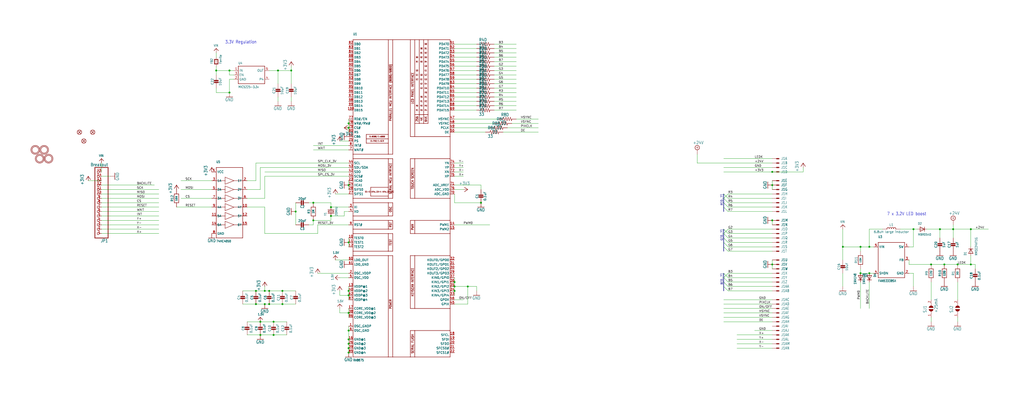
<source format=kicad_sch>
(kicad_sch (version 20211123) (generator eeschema)
  (paper "User" 589.407 228.346)
  (junction (at 261.62 167.64))
  (junction (at 551.18 152.4))
  (junction (at 200.66 106.68))
  (junction (at 132.08 40.64))
  (junction (at 200.66 139.7))
  (junction (at 180.34 127))
  (junction (at 444.5 106.68))
  (junction (at 200.66 190.5))
  (junction (at 200.66 198.12))
  (junction (at 543.56 152.4))
  (junction (at 154.94 175.26))
  (junction (at 190.5 124.46))
  (junction (at 444.5 127))
  (junction (at 180.34 116.84))
  (junction (at 167.64 40.64))
  (junction (at 444.5 152.4))
  (junction (at 152.4 167.64))
  (junction (at 261.62 165.1))
  (junction (at 485.14 142.24))
  (junction (at 541.02 132.08))
  (junction (at 276.86 116.84))
  (junction (at 495.3 142.24))
  (junction (at 535.94 152.4))
  (junction (at 500.38 157.48))
  (junction (at 149.86 185.42))
  (junction (at 548.64 132.08))
  (junction (at 200.66 170.18))
  (junction (at 152.4 175.26))
  (junction (at 124.46 40.64))
  (junction (at 525.78 132.08))
  (junction (at 162.56 167.64))
  (junction (at 200.66 180.34))
  (junction (at 162.56 175.26))
  (junction (at 269.24 165.1))
  (junction (at 558.8 152.4))
  (junction (at 149.86 193.04))
  (junction (at 157.48 185.42))
  (junction (at 147.32 175.26))
  (junction (at 495.3 157.48))
  (junction (at 157.48 193.04))
  (junction (at 200.66 200.66))
  (junction (at 132.08 53.34))
  (junction (at 200.66 167.64))
  (junction (at 500.38 142.24))
  (junction (at 558.8 132.08))
  (junction (at 200.66 203.2))
  (junction (at 200.66 195.58))
  (junction (at 261.62 162.56))
  (junction (at 160.02 40.64))
  (junction (at 444.5 99.06))
  (junction (at 147.32 167.64))
  (junction (at 190.5 119.38))
  (junction (at 200.66 73.66))
  (junction (at 200.66 71.12))
  (junction (at 170.18 121.92))
  (junction (at 154.94 167.64))
  (bus_entry (at 419.1 119.38) (size -2.54 -2.54))
  (bus_entry (at 419.1 111.76) (size -2.54 2.54))
  (bus_entry (at 419.1 137.16) (size -2.54 -2.54))
  (bus_entry (at 419.1 162.56) (size -2.54 -2.54))
  (bus_entry (at 419.1 114.3) (size -2.54 -2.54))
  (bus_entry (at 419.1 121.92) (size -2.54 -2.54))
  (bus_entry (at 419.1 160.02) (size -2.54 -2.54))
  (bus_entry (at 419.1 132.08) (size -2.54 2.54))
  (bus_entry (at 419.1 142.24) (size -2.54 -2.54))
  (bus_entry (at 419.1 165.1) (size -2.54 -2.54))
  (bus_entry (at 419.1 167.64) (size -2.54 -2.54))
  (bus_entry (at 419.1 157.48) (size -2.54 2.54))
  (bus_entry (at 419.1 134.62) (size -2.54 -2.54))
  (bus_entry (at 419.1 144.78) (size -2.54 -2.54))
  (bus_entry (at 419.1 116.84) (size -2.54 -2.54))
  (bus_entry (at 419.1 139.7) (size -2.54 -2.54))
  (wire (pts (xy 297.18 63.5) (xy 284.48 63.5)))
  (wire (pts (xy 147.32 93.98) (xy 200.66 93.98)))
  (wire (pts (xy 535.94 172.72) (xy 535.94 162.56)))
  (wire (pts (xy 551.18 152.4) (xy 558.8 152.4)))
  (wire (pts (xy 149.86 96.52) (xy 200.66 96.52)))
  (wire (pts (xy 444.5 198.12) (xy 424.18 198.12)))
  (wire (pts (xy 274.32 30.48) (xy 261.62 30.48)))
  (wire (pts (xy 58.42 121.92) (xy 91.44 121.92)))
  (wire (pts (xy 525.78 157.48) (xy 525.78 165.1)))
  (bus (pts (xy 416.56 116.84) (xy 416.56 119.38)))
  (wire (pts (xy 124.46 50.8) (xy 124.46 53.34)))
  (wire (pts (xy 297.18 50.8) (xy 284.48 50.8)))
  (wire (pts (xy 419.1 162.56) (xy 444.5 162.56)))
  (wire (pts (xy 200.66 180.34) (xy 200.66 182.88)))
  (wire (pts (xy 500.38 162.56) (xy 500.38 177.8)))
  (wire (pts (xy 297.18 53.34) (xy 284.48 53.34)))
  (wire (pts (xy 309.88 76.2) (xy 289.56 76.2)))
  (wire (pts (xy 124.46 53.34) (xy 132.08 53.34)))
  (wire (pts (xy 193.04 149.86) (xy 200.66 149.86)))
  (wire (pts (xy 444.5 93.98) (xy 401.32 93.98)))
  (wire (pts (xy 261.62 160.02) (xy 261.62 162.56)))
  (wire (pts (xy 444.5 154.94) (xy 444.5 152.4)))
  (wire (pts (xy 274.32 165.1) (xy 274.32 167.64)))
  (wire (pts (xy 500.38 157.48) (xy 495.3 157.48)))
  (bus (pts (xy 416.56 134.62) (xy 416.56 137.16)))
  (wire (pts (xy 152.4 175.26) (xy 154.94 175.26)))
  (wire (pts (xy 152.4 114.3) (xy 152.4 101.6)))
  (wire (pts (xy 535.94 152.4) (xy 543.56 152.4)))
  (wire (pts (xy 200.66 139.7) (xy 200.66 142.24)))
  (wire (pts (xy 142.24 119.38) (xy 152.4 119.38)))
  (wire (pts (xy 167.64 40.64) (xy 167.64 48.26)))
  (wire (pts (xy 180.34 116.84) (xy 190.5 116.84)))
  (wire (pts (xy 274.32 25.4) (xy 261.62 25.4)))
  (wire (pts (xy 558.8 152.4) (xy 561.34 152.4)))
  (wire (pts (xy 58.42 106.68) (xy 88.9 106.68)))
  (wire (pts (xy 58.42 134.62) (xy 91.44 134.62)))
  (wire (pts (xy 266.7 96.52) (xy 261.62 96.52)))
  (wire (pts (xy 142.24 109.22) (xy 149.86 109.22)))
  (wire (pts (xy 154.94 167.64) (xy 162.56 167.64)))
  (wire (pts (xy 101.6 119.38) (xy 121.92 119.38)))
  (wire (pts (xy 500.38 132.08) (xy 508 132.08)))
  (wire (pts (xy 149.86 193.04) (xy 142.24 193.04)))
  (wire (pts (xy 198.12 124.46) (xy 198.12 121.92)))
  (wire (pts (xy 297.18 60.96) (xy 284.48 60.96)))
  (wire (pts (xy 297.18 27.94) (xy 284.48 27.94)))
  (wire (pts (xy 132.08 45.72) (xy 132.08 53.34)))
  (wire (pts (xy 149.86 109.22) (xy 149.86 96.52)))
  (wire (pts (xy 154.94 175.26) (xy 162.56 175.26)))
  (wire (pts (xy 309.88 68.58) (xy 297.18 68.58)))
  (wire (pts (xy 139.7 175.26) (xy 147.32 175.26)))
  (wire (pts (xy 261.62 129.54) (xy 281.94 129.54)))
  (wire (pts (xy 132.08 40.64) (xy 124.46 40.64)))
  (wire (pts (xy 523.24 157.48) (xy 525.78 157.48)))
  (wire (pts (xy 274.32 45.72) (xy 261.62 45.72)))
  (wire (pts (xy 200.66 187.96) (xy 200.66 190.5)))
  (wire (pts (xy 274.32 33.02) (xy 261.62 33.02)))
  (wire (pts (xy 58.42 124.46) (xy 91.44 124.46)))
  (wire (pts (xy 495.3 157.48) (xy 495.3 154.94)))
  (wire (pts (xy 142.24 104.14) (xy 147.32 104.14)))
  (wire (pts (xy 274.32 35.56) (xy 261.62 35.56)))
  (wire (pts (xy 297.18 45.72) (xy 284.48 45.72)))
  (wire (pts (xy 444.5 175.26) (xy 416.56 175.26)))
  (wire (pts (xy 147.32 167.64) (xy 152.4 167.64)))
  (wire (pts (xy 297.18 40.64) (xy 284.48 40.64)))
  (wire (pts (xy 160.02 48.26) (xy 160.02 40.64)))
  (wire (pts (xy 195.58 170.18) (xy 200.66 170.18)))
  (wire (pts (xy 495.3 142.24) (xy 485.14 142.24)))
  (wire (pts (xy 495.3 162.56) (xy 495.3 177.8)))
  (wire (pts (xy 200.66 137.16) (xy 200.66 139.7)))
  (wire (pts (xy 444.5 193.04) (xy 424.18 193.04)))
  (wire (pts (xy 200.66 111.76) (xy 193.04 111.76)))
  (wire (pts (xy 261.62 111.76) (xy 261.62 116.84)))
  (wire (pts (xy 309.88 71.12) (xy 294.64 71.12)))
  (wire (pts (xy 182.88 157.48) (xy 200.66 157.48)))
  (bus (pts (xy 416.56 137.16) (xy 416.56 139.7)))
  (wire (pts (xy 162.56 167.64) (xy 170.18 167.64)))
  (wire (pts (xy 142.24 114.3) (xy 152.4 114.3)))
  (wire (pts (xy 525.78 142.24) (xy 523.24 142.24)))
  (wire (pts (xy 58.42 111.76) (xy 91.44 111.76)))
  (wire (pts (xy 419.1 160.02) (xy 444.5 160.02)))
  (wire (pts (xy 485.14 142.24) (xy 485.14 132.08)))
  (wire (pts (xy 162.56 175.26) (xy 170.18 175.26)))
  (wire (pts (xy 134.62 40.64) (xy 132.08 40.64)))
  (wire (pts (xy 200.66 167.64) (xy 200.66 170.18)))
  (wire (pts (xy 274.32 60.96) (xy 261.62 60.96)))
  (wire (pts (xy 274.32 63.5) (xy 261.62 63.5)))
  (wire (pts (xy 124.46 30.48) (xy 124.46 33.02)))
  (wire (pts (xy 297.18 30.48) (xy 284.48 30.48)))
  (wire (pts (xy 297.18 33.02) (xy 284.48 33.02)))
  (wire (pts (xy 152.4 165.1) (xy 152.4 167.64)))
  (wire (pts (xy 58.42 109.22) (xy 91.44 109.22)))
  (wire (pts (xy 200.66 195.58) (xy 200.66 198.12)))
  (wire (pts (xy 200.66 190.5) (xy 200.66 195.58)))
  (wire (pts (xy 157.48 185.42) (xy 165.1 185.42)))
  (wire (pts (xy 180.34 129.54) (xy 177.8 129.54)))
  (wire (pts (xy 297.18 55.88) (xy 284.48 55.88)))
  (wire (pts (xy 200.66 198.12) (xy 200.66 200.66)))
  (wire (pts (xy 401.32 88.9) (xy 401.32 93.98)))
  (wire (pts (xy 152.4 99.06) (xy 200.66 99.06)))
  (wire (pts (xy 523.24 149.86) (xy 523.24 152.4)))
  (wire (pts (xy 152.4 134.62) (xy 182.88 134.62)))
  (wire (pts (xy 157.48 193.04) (xy 149.86 193.04)))
  (wire (pts (xy 419.1 137.16) (xy 444.5 137.16)))
  (wire (pts (xy 154.94 40.64) (xy 160.02 40.64)))
  (wire (pts (xy 58.42 127) (xy 91.44 127)))
  (wire (pts (xy 58.42 114.3) (xy 91.44 114.3)))
  (wire (pts (xy 419.1 144.78) (xy 444.5 144.78)))
  (wire (pts (xy 292.1 73.66) (xy 309.88 73.66)))
  (wire (pts (xy 261.62 165.1) (xy 261.62 167.64)))
  (wire (pts (xy 444.5 177.8) (xy 416.56 177.8)))
  (wire (pts (xy 419.1 167.64) (xy 444.5 167.64)))
  (wire (pts (xy 297.18 43.18) (xy 284.48 43.18)))
  (wire (pts (xy 180.34 127) (xy 180.34 129.54)))
  (wire (pts (xy 261.62 68.58) (xy 287.02 68.58)))
  (wire (pts (xy 190.5 119.38) (xy 200.66 119.38)))
  (wire (pts (xy 419.1 165.1) (xy 444.5 165.1)))
  (wire (pts (xy 525.78 132.08) (xy 528.32 132.08)))
  (wire (pts (xy 170.18 116.84) (xy 170.18 121.92)))
  (wire (pts (xy 134.62 43.18) (xy 132.08 43.18)))
  (wire (pts (xy 142.24 185.42) (xy 149.86 185.42)))
  (wire (pts (xy 485.14 142.24) (xy 485.14 149.86)))
  (wire (pts (xy 502.92 142.24) (xy 500.38 142.24)))
  (wire (pts (xy 419.1 142.24) (xy 444.5 142.24)))
  (wire (pts (xy 195.58 81.28) (xy 200.66 81.28)))
  (wire (pts (xy 261.62 165.1) (xy 269.24 165.1)))
  (wire (pts (xy 444.5 200.66) (xy 424.18 200.66)))
  (wire (pts (xy 152.4 119.38) (xy 152.4 134.62)))
  (wire (pts (xy 261.62 116.84) (xy 276.86 116.84)))
  (wire (pts (xy 548.64 129.54) (xy 548.64 132.08)))
  (wire (pts (xy 134.62 45.72) (xy 132.08 45.72)))
  (wire (pts (xy 167.64 40.64) (xy 167.64 38.1)))
  (wire (pts (xy 261.62 73.66) (xy 281.94 73.66)))
  (wire (pts (xy 269.24 175.26) (xy 269.24 165.1)))
  (wire (pts (xy 152.4 167.64) (xy 154.94 167.64)))
  (wire (pts (xy 58.42 119.38) (xy 91.44 119.38)))
  (bus (pts (xy 416.56 114.3) (xy 416.56 116.84)))
  (wire (pts (xy 58.42 93.98) (xy 58.42 99.06)))
  (wire (pts (xy 50.8 104.14) (xy 58.42 104.14)))
  (wire (pts (xy 548.64 137.16) (xy 548.64 132.08)))
  (wire (pts (xy 444.5 96.52) (xy 416.56 96.52)))
  (wire (pts (xy 124.46 38.1) (xy 124.46 40.64)))
  (wire (pts (xy 195.58 160.02) (xy 200.66 160.02)))
  (wire (pts (xy 200.66 68.58) (xy 200.66 71.12)))
  (wire (pts (xy 266.7 109.22) (xy 261.62 109.22)))
  (wire (pts (xy 523.24 152.4) (xy 535.94 152.4)))
  (wire (pts (xy 274.32 43.18) (xy 261.62 43.18)))
  (wire (pts (xy 200.66 165.1) (xy 200.66 167.64)))
  (wire (pts (xy 561.34 152.4) (xy 561.34 154.94)))
  (wire (pts (xy 124.46 40.64) (xy 124.46 43.18)))
  (wire (pts (xy 261.62 106.68) (xy 276.86 106.68)))
  (wire (pts (xy 551.18 182.88) (xy 551.18 185.42)))
  (wire (pts (xy 444.5 185.42) (xy 416.56 185.42)))
  (wire (pts (xy 444.5 99.06) (xy 462.28 99.06)))
  (wire (pts (xy 152.4 101.6) (xy 200.66 101.6)))
  (wire (pts (xy 502.92 157.48) (xy 500.38 157.48)))
  (wire (pts (xy 266.7 101.6) (xy 261.62 101.6)))
  (wire (pts (xy 266.7 99.06) (xy 261.62 99.06)))
  (wire (pts (xy 419.1 114.3) (xy 444.5 114.3)))
  (wire (pts (xy 500.38 142.24) (xy 495.3 142.24)))
  (wire (pts (xy 274.32 58.42) (xy 261.62 58.42)))
  (wire (pts (xy 274.32 48.26) (xy 261.62 48.26)))
  (wire (pts (xy 261.62 167.64) (xy 261.62 170.18)))
  (wire (pts (xy 200.66 73.66) (xy 200.66 76.2)))
  (wire (pts (xy 274.32 50.8) (xy 261.62 50.8)))
  (wire (pts (xy 541.02 132.08) (xy 548.64 132.08)))
  (wire (pts (xy 297.18 35.56) (xy 284.48 35.56)))
  (wire (pts (xy 485.14 157.48) (xy 485.14 165.1)))
  (bus (pts (xy 416.56 119.38) (xy 416.56 121.92)))
  (wire (pts (xy 419.1 157.48) (xy 444.5 157.48)))
  (wire (pts (xy 58.42 129.54) (xy 91.44 129.54)))
  (wire (pts (xy 121.92 104.14) (xy 104.14 104.14)))
  (wire (pts (xy 182.88 134.62) (xy 182.88 129.54)))
  (wire (pts (xy 419.1 119.38) (xy 444.5 119.38)))
  (wire (pts (xy 200.66 200.66) (xy 200.66 203.2)))
  (wire (pts (xy 147.32 175.26) (xy 152.4 175.26)))
  (wire (pts (xy 500.38 142.24) (xy 500.38 132.08)))
  (wire (pts (xy 444.5 182.88) (xy 416.56 182.88)))
  (wire (pts (xy 558.8 132.08) (xy 568.96 132.08)))
  (wire (pts (xy 444.5 91.44) (xy 416.56 91.44)))
  (bus (pts (xy 416.56 132.08) (xy 416.56 134.62)))
  (wire (pts (xy 198.12 121.92) (xy 200.66 121.92)))
  (wire (pts (xy 200.66 129.54) (xy 182.88 129.54)))
  (wire (pts (xy 297.18 48.26) (xy 284.48 48.26)))
  (wire (pts (xy 200.66 83.82) (xy 180.34 83.82)))
  (wire (pts (xy 160.02 40.64) (xy 167.64 40.64)))
  (wire (pts (xy 58.42 132.08) (xy 91.44 132.08)))
  (wire (pts (xy 58.42 116.84) (xy 91.44 116.84)))
  (wire (pts (xy 274.32 27.94) (xy 261.62 27.94)))
  (wire (pts (xy 419.1 116.84) (xy 444.5 116.84)))
  (wire (pts (xy 104.14 114.3) (xy 121.92 114.3)))
  (wire (pts (xy 261.62 162.56) (xy 261.62 165.1)))
  (wire (pts (xy 297.18 58.42) (xy 284.48 58.42)))
  (wire (pts (xy 419.1 134.62) (xy 444.5 134.62)))
  (wire (pts (xy 558.8 142.24) (xy 558.8 132.08)))
  (wire (pts (xy 535.94 185.42) (xy 535.94 182.88)))
  (wire (pts (xy 132.08 43.18) (xy 132.08 40.64)))
  (wire (pts (xy 190.5 127) (xy 190.5 124.46)))
  (wire (pts (xy 261.62 76.2) (xy 279.4 76.2)))
  (wire (pts (xy 261.62 172.72) (xy 266.7 172.72)))
  (wire (pts (xy 548.64 132.08) (xy 558.8 132.08)))
  (bus (pts (xy 416.56 157.48) (xy 416.56 160.02)))
  (wire (pts (xy 200.66 104.14) (xy 200.66 106.68)))
  (wire (pts (xy 274.32 40.64) (xy 261.62 40.64)))
  (wire (pts (xy 269.24 165.1) (xy 274.32 165.1)))
  (wire (pts (xy 170.18 121.92) (xy 170.18 129.54)))
  (wire (pts (xy 190.5 124.46) (xy 198.12 124.46)))
  (wire (pts (xy 266.7 93.98) (xy 261.62 93.98)))
  (wire (pts (xy 261.62 71.12) (xy 284.48 71.12)))
  (wire (pts (xy 419.1 139.7) (xy 444.5 139.7)))
  (wire (pts (xy 419.1 121.92) (xy 444.5 121.92)))
  (wire (pts (xy 180.34 127) (xy 190.5 127)))
  (wire (pts (xy 541.02 137.16) (xy 541.02 132.08)))
  (wire (pts (xy 177.8 116.84) (xy 180.34 116.84)))
  (wire (pts (xy 444.5 172.72) (xy 416.56 172.72)))
  (wire (pts (xy 444.5 180.34) (xy 416.56 180.34)))
  (wire (pts (xy 543.56 152.4) (xy 551.18 152.4)))
  (wire (pts (xy 195.58 167.64) (xy 195.58 170.18)))
  (wire (pts (xy 525.78 132.08) (xy 525.78 142.24)))
  (bus (pts (xy 416.56 162.56) (xy 416.56 165.1)))
  (bus (pts (xy 416.56 165.1) (xy 416.56 167.64)))
  (wire (pts (xy 533.4 132.08) (xy 541.02 132.08)))
  (wire (pts (xy 462.28 99.06) (xy 462.28 96.52)))
  (wire (pts (xy 200.66 177.8) (xy 200.66 180.34)))
  (wire (pts (xy 274.32 53.34) (xy 261.62 53.34)))
  (wire (pts (xy 139.7 167.64) (xy 147.32 167.64)))
  (wire (pts (xy 444.5 190.5) (xy 434.34 190.5)))
  (wire (pts (xy 274.32 38.1) (xy 261.62 38.1)))
  (wire (pts (xy 416.56 99.06) (xy 444.5 99.06)))
  (bus (pts (xy 416.56 111.76) (xy 416.56 114.3)))
  (wire (pts (xy 444.5 195.58) (xy 424.18 195.58)))
  (wire (pts (xy 419.1 132.08) (xy 444.5 132.08)))
  (wire (pts (xy 419.1 111.76) (xy 444.5 111.76)))
  (wire (pts (xy 200.66 170.18) (xy 200.66 172.72)))
  (wire (pts (xy 157.48 193.04) (xy 165.1 193.04)))
  (wire (pts (xy 190.5 116.84) (xy 190.5 119.38)))
  (bus (pts (xy 416.56 139.7) (xy 416.56 142.24)))
  (wire (pts (xy 160.02 55.88) (xy 160.02 58.42)))
  (bus (pts (xy 416.56 160.02) (xy 416.56 162.56)))
  (wire (pts (xy 444.5 129.54) (xy 444.5 127)))
  (wire (pts (xy 195.58 177.8) (xy 195.58 180.34)))
  (wire (pts (xy 104.14 109.22) (xy 121.92 109.22)))
  (wire (pts (xy 147.32 104.14) (xy 147.32 93.98)))
  (wire (pts (xy 518.16 132.08) (xy 525.78 132.08)))
  (wire (pts (xy 444.5 106.68) (xy 444.5 109.22)))
  (wire (pts (xy 195.58 180.34) (xy 200.66 180.34)))
  (wire (pts (xy 274.32 55.88) (xy 261.62 55.88)))
  (wire (pts (xy 558.8 147.32) (xy 558.8 152.4)))
  (bus (pts (xy 416.56 142.24) (xy 416.56 144.78)))
  (wire (pts (xy 276.86 106.68) (xy 276.86 109.22)))
  (wire (pts (xy 63.5 101.6) (xy 58.42 101.6)))
  (wire (pts (xy 551.18 162.56) (xy 551.18 172.72)))
  (wire (pts (xy 200.66 71.12) (xy 200.66 73.66)))
  (wire (pts (xy 444.5 104.14) (xy 444.5 106.68)))
  (wire (pts (xy 180.34 86.36) (xy 200.66 86.36)))
  (wire (pts (xy 200.66 106.68) (xy 200.66 109.22)))
  (wire (pts (xy 297.18 25.4) (xy 284.48 25.4)))
  (wire (pts (xy 297.18 38.1) (xy 284.48 38.1)))
  (wire (pts (xy 495.3 144.78) (xy 495.3 142.24)))
  (wire (pts (xy 149.86 185.42) (xy 157.48 185.42)))
  (wire (pts (xy 261.62 175.26) (xy 269.24 175.26)))
  (wire (pts (xy 444.5 152.4) (xy 444.5 149.86)))
  (wire (pts (xy 167.64 55.88) (xy 167.64 58.42)))
  (text "3.3V Regulation" (at 129.54 25.4 180) (effects (font (size 1.778 1.5113)) (justify left bottom)))
  (text "7 x 3.2V LED boost" (at 510.54 124.46 180) (effects (font (size 1.778 1.5113)) (justify left bottom)))
  (label "Y-" (at 436.88 200.66 0) (effects (font (size 1.2446 1.2446))))
  (label "LEDK" (at 434.34 91.44 0) (effects (font (size 1.2446 1.2446))))
  (label "R[0..7]" (at 416.56 111.76 270) (effects (font (size 1.2446 1.2446))))
  (label "G6" (at 419.1 142.24 0) (effects (font (size 1.2446 1.2446))))
  (label "G3" (at 287.02 40.64 0) (effects (font (size 1.2446 1.2446))))
  (label "Y-" (at 264.16 93.98 0) (effects (font (size 1.2446 1.2446))))
  (label "WAIT" (at 182.88 86.36 0) (effects (font (size 1.2446 1.2446))))
  (label "G[0..7]" (at 416.56 132.08 270) (effects (font (size 1.2446 1.2446))))
  (label "RESET" (at 78.74 119.38 0) (effects (font (size 1.2446 1.2446))))
  (label "B4" (at 419.1 160.02 0) (effects (font (size 1.2446 1.2446))))
  (label "BACKLITE" (at 78.74 106.68 0) (effects (font (size 1.2446 1.2446))))
  (label "ON/OFF" (at 264.16 172.72 0) (effects (font (size 1.2446 1.2446))))
  (label "VSYNC" (at 436.88 182.88 0) (effects (font (size 1.2446 1.2446))))
  (label "G4" (at 419.1 137.16 0) (effects (font (size 1.2446 1.2446))))
  (label "R6" (at 287.02 60.96 0) (effects (font (size 1.2446 1.2446))))
  (label "WAIT" (at 78.74 121.92 0) (effects (font (size 1.2446 1.2446))))
  (label "INT" (at 78.74 124.46 0) (effects (font (size 1.2446 1.2446))))
  (label "B7" (at 287.02 35.56 0) (effects (font (size 1.2446 1.2446))))
  (label "SCK" (at 106.68 104.14 0) (effects (font (size 1.2446 1.2446))))
  (label "X+" (at 264.16 101.6 0) (effects (font (size 1.2446 1.2446))))
  (label "CS" (at 78.74 116.84 0) (effects (font (size 1.2446 1.2446))))
  (label "RESET" (at 106.68 119.38 0) (effects (font (size 1.2446 1.2446))))
  (label "SCK" (at 78.74 109.22 0) (effects (font (size 1.2446 1.2446))))
  (label "Y+" (at 436.88 195.58 0) (effects (font (size 1.2446 1.2446))))
  (label "HSYNC" (at 436.88 180.34 0) (effects (font (size 1.2446 1.2446))))
  (label "G7" (at 419.1 144.78 0) (effects (font (size 1.2446 1.2446))))
  (label "R6" (at 419.1 119.38 0) (effects (font (size 1.2446 1.2446))))
  (label "HSYNC" (at 299.72 68.58 0) (effects (font (size 1.2446 1.2446))))
  (label "Y+" (at 78.74 127 0) (effects (font (size 1.2446 1.2446))))
  (label "G5" (at 419.1 139.7 0) (effects (font (size 1.2446 1.2446))))
  (label "R3" (at 287.02 53.34 0) (effects (font (size 1.2446 1.2446))))
  (label "G2" (at 419.1 132.08 0) (effects (font (size 1.2446 1.2446))))
  (label "RESET_3V" (at 182.88 129.54 0) (effects (font (size 1.2446 1.2446))))
  (label "G3" (at 419.1 134.62 0) (effects (font (size 1.2446 1.2446))))
  (label "X+" (at 78.74 134.62 0) (effects (font (size 1.2446 1.2446))))
  (label "B3" (at 419.1 157.48 0) (effects (font (size 1.2446 1.2446))))
  (label "B7" (at 419.1 167.64 0) (effects (font (size 1.2446 1.2446))))
  (label "VSYNC" (at 299.72 71.12 0) (effects (font (size 1.2446 1.2446))))
  (label "B4" (at 287.02 27.94 0) (effects (font (size 1.2446 1.2446))))
  (label "B3" (at 287.02 25.4 0) (effects (font (size 1.2446 1.2446))))
  (label "Y+" (at 264.16 96.52 0) (effects (font (size 1.2446 1.2446))))
  (label "CS" (at 106.68 114.3 0) (effects (font (size 1.2446 1.2446))))
  (label "INT" (at 182.88 83.82 0) (effects (font (size 1.2446 1.2446))))
  (label "MISO" (at 182.88 99.06 0) (effects (font (size 1.2446 1.2446))))
  (label "X-" (at 264.16 99.06 0) (effects (font (size 1.2446 1.2446))))
  (label "GND" (at 436.88 190.5 0) (effects (font (size 1.2446 1.2446))))
  (label "+3V3" (at 434.34 99.06 0) (effects (font (size 1.2446 1.2446))))
  (label "GND" (at 436.88 172.72 0) (effects (font (size 1.2446 1.2446))))
  (label "MISO" (at 78.74 111.76 0) (effects (font (size 1.2446 1.2446))))
  (label "SPI_CLK_3V" (at 182.88 93.98 0) (effects (font (size 1.2446 1.2446))))
  (label "R7" (at 287.02 63.5 0) (effects (font (size 1.2446 1.2446))))
  (label "X-" (at 436.88 198.12 0) (effects (font (size 1.2446 1.2446))))
  (label "B6" (at 419.1 165.1 0) (effects (font (size 1.2446 1.2446))))
  (label "PWM0" (at 266.7 129.54 0) (effects (font (size 1.2446 1.2446))))
  (label "MOSI" (at 78.74 114.3 0) (effects (font (size 1.2446 1.2446))))
  (label "R5" (at 287.02 58.42 0) (effects (font (size 1.2446 1.2446))))
  (label "G4" (at 287.02 43.18 0) (effects (font (size 1.2446 1.2446))))
  (label "G2" (at 287.02 38.1 0) (effects (font (size 1.2446 1.2446))))
  (label "GND" (at 434.34 96.52 0) (effects (font (size 1.2446 1.2446))))
  (label "B6" (at 287.02 33.02 0) (effects (font (size 1.2446 1.2446))))
  (label "Y-" (at 78.74 129.54 0) (effects (font (size 1.2446 1.2446))))
  (label "MOSI" (at 106.68 109.22 0) (effects (font (size 1.2446 1.2446))))
  (label "DE" (at 299.72 76.2 0) (effects (font (size 1.2446 1.2446))))
  (label "G7" (at 287.02 50.8 0) (effects (font (size 1.2446 1.2446))))
  (label "G5" (at 287.02 45.72 0) (effects (font (size 1.2446 1.2446))))
  (label "DE" (at 436.88 185.42 0) (effects (font (size 1.2446 1.2446))))
  (label "R4" (at 419.1 114.3 0) (effects (font (size 1.2446 1.2446))))
  (label "ON/OFF" (at 436.88 177.8 0) (effects (font (size 1.2446 1.2446))))
  (label "R3" (at 419.1 111.76 0) (effects (font (size 1.2446 1.2446))))
  (label "R4" (at 287.02 55.88 0) (effects (font (size 1.2446 1.2446))))
  (label "B5" (at 287.02 30.48 0) (effects (font (size 1.2446 1.2446))))
  (label "X-" (at 78.74 132.08 0) (effects (font (size 1.2446 1.2446))))
  (label "PWM0" (at 495.3 172.72 90) (effects (font (size 1.2446 1.2446))))
  (label "B[0..7]" (at 416.56 157.48 270) (effects (font (size 1.2446 1.2446))))
  (label "G6" (at 287.02 48.26 0) (effects (font (size 1.2446 1.2446))))
  (label "B5" (at 419.1 162.56 0) (effects (font (size 1.2446 1.2446))))
  (label "MOSI_3V" (at 182.88 96.52 0) (effects (font (size 1.2446 1.2446))))
  (label "+24V" (at 561.34 132.08 0) (effects (font (size 1.2446 1.2446))))
  (label "LEDK" (at 551.18 152.4 0) (effects (font (size 1.2446 1.2446))))
  (label "R5" (at 419.1 116.84 0) (effects (font (size 1.2446 1.2446))))
  (label "SPI_CS_3V" (at 182.88 101.6 0) (effects (font (size 1.2446 1.2446))))
  (label "R7" (at 419.1 121.92 0) (effects (font (size 1.2446 1.2446))))
  (label "PIXCLK" (at 436.88 175.26 0) (effects (font (size 1.2446 1.2446))))
  (label "+24V" (at 434.34 93.98 0) (effects (font (size 1.2446 1.2446))))
  (label "X+" (at 436.88 193.04 0) (effects (font (size 1.2446 1.2446))))
  (label "BACKLITE" (at 500.38 175.26 90) (effects (font (size 1.2446 1.2446))))
  (label "PIXCLK" (at 299.72 73.66 0) (effects (font (size 1.2446 1.2446))))
  (symbol (lib_id "eagleSchem-eagle-import:FIDUCIAL{dblquote}{dblquote}") (at 45.72 76.2 0) (unit 1)
    (property "Reference" "FID1" (effects hide))
    (property "Value" "FIDUCIAL{dblquote}{dblquote}" (effects hide))
    (property "Footprint" "eagleSchem:FIDUCIAL_1MM" (effects hide))
  )
  (symbol (lib_id "eagleSchem-eagle-import:FIDUCIAL{dblquote}{dblquote}") (at 53.34 76.2 0) (unit 1)
    (property "Reference" "FID3" (effects hide))
    (property "Value" "FIDUCIAL{dblquote}{dblquote}" (effects hide))
    (property "Footprint" "eagleSchem:FIDUCIAL_1MM" (effects hide))
  )
  (symbol (lib_id "eagleSchem-eagle-import:GND") (at 198.12 106.68 270) (unit 1)
    (property "Reference" "#GND11" (effects hide))
    (property "Value" "GND" (at 195.58 104.14 0) (effects (font (size 1.778 1.5113)) (justify left bottom)))
    (property "Footprint" "eagleSchem:" (effects hide))
  )
  (symbol (lib_id "eagleSchem-eagle-import:40PINFPC4-1734839-0") (at 447.04 162.56 0) (unit 26)
    (property "Reference" "J1" (at 449.58 163.322 0) (effects (font (size 1.524 1.2954)) (justify left bottom)))
    (property "Value" "40PINFPC4-1734839-0" (effects hide))
    (property "Footprint" "eagleSchem:4-1734839-0" (effects hide))
  )
  (symbol (lib_id "eagleSchem-eagle-import:DIODESOD-123") (at 530.86 132.08 0) (unit 1)
    (property "Reference" "D2" (at 528.32 129.54 0) (effects (font (size 1.27 1.0795)) (justify left bottom)))
    (property "Value" "MBR0540" (at 528.32 135.89 0) (effects (font (size 1.27 1.0795)) (justify left bottom)))
    (property "Footprint" "eagleSchem:SOD-123" (effects hide))
  )
  (symbol (lib_id "eagleSchem-eagle-import:CAP_CERAMIC_0805MP") (at 548.64 142.24 0) (unit 1)
    (property "Reference" "C17" (at 546.35 140.99 90))
    (property "Value" "1uF" (at 550.94 140.99 90))
    (property "Footprint" "eagleSchem:_0805MP" (effects hide))
  )
  (symbol (lib_id "eagleSchem-eagle-import:40PINFPC4-1734839-0") (at 447.04 193.04 0) (unit 37)
    (property "Reference" "J1" (at 449.58 193.802 0) (effects (font (size 1.524 1.2954)) (justify left bottom)))
    (property "Value" "40PINFPC4-1734839-0" (effects hide))
    (property "Footprint" "eagleSchem:4-1734839-0" (effects hide))
  )
  (symbol (lib_id "eagleSchem-eagle-import:40PINFPC4-1734839-0") (at 447.04 167.64 0) (unit 28)
    (property "Reference" "J1" (at 449.58 168.402 0) (effects (font (size 1.524 1.2954)) (justify left bottom)))
    (property "Value" "40PINFPC4-1734839-0" (effects hide))
    (property "Footprint" "eagleSchem:4-1734839-0" (effects hide))
  )
  (symbol (lib_id "eagleSchem-eagle-import:40PINFPC4-1734839-0") (at 447.04 132.08 0) (unit 15)
    (property "Reference" "J1" (at 449.58 132.842 0) (effects (font (size 1.524 1.2954)) (justify left bottom)))
    (property "Value" "40PINFPC4-1734839-0" (effects hide))
    (property "Footprint" "eagleSchem:4-1734839-0" (effects hide))
  )
  (symbol (lib_id "eagleSchem-eagle-import:GND") (at 441.96 106.68 270) (unit 1)
    (property "Reference" "#U$15" (effects hide))
    (property "Value" "GND" (at 439.42 104.14 0) (effects (font (size 1.778 1.5113)) (justify left bottom)))
    (property "Footprint" "eagleSchem:" (effects hide))
  )
  (symbol (lib_id "eagleSchem-eagle-import:PINHD-1X15-CB") (at 55.88 116.84 180) (unit 1)
    (property "Reference" "JP1" (at 62.23 137.795 0) (effects (font (size 1.778 1.5113)) (justify left bottom)))
    (property "Value" "Breakout" (at 62.23 93.98 0) (effects (font (size 1.778 1.5113)) (justify left bottom)))
    (property "Footprint" "eagleSchem:1X15-CB" (effects hide))
  )
  (symbol (lib_id "eagleSchem-eagle-import:RESISTOR_0805MP") (at 543.56 157.48 90) (unit 1)
    (property "Reference" "R10" (at 541.02 157.48 0))
    (property "Value" "12Ω" (at 543.56 157.48 0) (effects (font (size 1.016 1.016) bold)))
    (property "Footprint" "eagleSchem:_0805MP" (effects hide))
  )
  (symbol (lib_id "eagleSchem-eagle-import:40PINFPC4-1734839-0") (at 447.04 106.68 0) (unit 6)
    (property "Reference" "J1" (at 449.58 107.442 0) (effects (font (size 1.524 1.2954)) (justify left bottom)))
    (property "Value" "40PINFPC4-1734839-0" (effects hide))
    (property "Footprint" "eagleSchem:4-1734839-0" (effects hide))
  )
  (symbol (lib_id "eagleSchem-eagle-import:SOLDERJUMPER") (at 535.94 177.8 90) (unit 1)
    (property "Reference" "SJ1" (at 533.4 180.34 0) (effects (font (size 1.778 1.5113)) (justify left bottom)))
    (property "Value" "+25mA" (at 539.75 180.34 0) (effects (font (size 1.778 1.5113)) (justify left bottom)))
    (property "Footprint" "eagleSchem:SOLDERJUMPER_ARROW_NOPASTE" (effects hide))
  )
  (symbol (lib_id "eagleSchem-eagle-import:40PINFPC4-1734839-0") (at 447.04 187.96 0) (unit 35)
    (property "Reference" "J1" (at 449.58 188.722 0) (effects (font (size 1.524 1.2954)) (justify left bottom)))
    (property "Value" "40PINFPC4-1734839-0" (effects hide))
    (property "Footprint" "eagleSchem:4-1734839-0" (effects hide))
  )
  (symbol (lib_id "eagleSchem-eagle-import:74HC4050D") (at 132.08 116.84 0) (unit 1)
    (property "Reference" "U5" (at 124.46 93.98 0) (effects (font (size 1.27 1.0795)) (justify left bottom)))
    (property "Value" "74HC4050" (at 124.46 139.7 0) (effects (font (size 1.27 1.0795)) (justify left bottom)))
    (property "Footprint" "eagleSchem:SOIC16" (effects hide))
  )
  (symbol (lib_id "eagleSchem-eagle-import:GND") (at 543.56 165.1 0) (unit 1)
    (property "Reference" "#U$11" (effects hide))
    (property "Value" "GND" (at 541.02 167.64 0) (effects (font (size 1.778 1.5113)) (justify left bottom)))
    (property "Footprint" "eagleSchem:" (effects hide))
  )
  (symbol (lib_id "eagleSchem-eagle-import:1.5V") (at 193.04 147.32 0) (unit 1)
    (property "Reference" "#U$3" (effects hide))
    (property "Value" "1.5V" (at 191.516 146.304 0) (effects (font (size 1.27 1.0795)) (justify left bottom)))
    (property "Footprint" "eagleSchem:" (effects hide))
  )
  (symbol (lib_id "eagleSchem-eagle-import:40PINFPC4-1734839-0") (at 447.04 180.34 0) (unit 32)
    (property "Reference" "J1" (at 449.58 181.102 0) (effects (font (size 1.524 1.2954)) (justify left bottom)))
    (property "Value" "40PINFPC4-1734839-0" (effects hide))
    (property "Footprint" "eagleSchem:4-1734839-0" (effects hide))
  )
  (symbol (lib_id "eagleSchem-eagle-import:RA8875") (at 231.14 111.76 0) (unit 1)
    (property "Reference" "U1" (at 203.2 20.32 0) (effects (font (size 1.27 1.0795)) (justify left bottom)))
    (property "Value" "RA8875" (at 203.2 208.28 0) (effects (font (size 1.27 1.0795)) (justify left bottom)))
    (property "Footprint" "eagleSchem:LQFP100" (effects hide))
  )
  (symbol (lib_id "eagleSchem-eagle-import:RESISTOR_4PACK_US") (at 279.4 50.8 0) (unit 2)
    (property "Reference" "R6" (at 275.59 49.3014 0) (effects (font (size 1.778 1.5113)) (justify left bottom)))
    (property "Value" "33" (at 275.59 54.102 0) (effects (font (size 1.778 1.5113)) (justify left bottom)))
    (property "Footprint" "eagleSchem:RESPACK_4X0603" (effects hide))
  )
  (symbol (lib_id "eagleSchem-eagle-import:40PINFPC4-1734839-0") (at 447.04 104.14 0) (unit 5)
    (property "Reference" "J1" (at 449.58 104.902 0) (effects (font (size 1.524 1.2954)) (justify left bottom)))
    (property "Value" "40PINFPC4-1734839-0" (effects hide))
    (property "Footprint" "eagleSchem:4-1734839-0" (effects hide))
  )
  (symbol (lib_id "eagleSchem-eagle-import:FERRITE_0805MP") (at 124.46 35.56 90) (unit 1)
    (property "Reference" "FB2" (at 122.555 36.83 0) (effects (font (size 1.27 1.0795)) (justify left bottom)))
    (property "Value" "Ferrite" (at 127.635 36.83 0) (effects (font (size 1.27 1.0795)) (justify left bottom)))
    (property "Footprint" "eagleSchem:_0805MP" (effects hide))
  )
  (symbol (lib_id "eagleSchem-eagle-import:40PINFPC4-1734839-0") (at 447.04 127 0) (unit 13)
    (property "Reference" "J1" (at 449.58 127.762 0) (effects (font (size 1.524 1.2954)) (justify left bottom)))
    (property "Value" "40PINFPC4-1734839-0" (effects hide))
    (property "Footprint" "eagleSchem:4-1734839-0" (effects hide))
  )
  (symbol (lib_id "eagleSchem-eagle-import:40PINFPC4-1734839-0") (at 447.04 96.52 0) (unit 3)
    (property "Reference" "J1" (at 449.58 97.282 0) (effects (font (size 1.524 1.2954)) (justify left bottom)))
    (property "Value" "40PINFPC4-1734839-0" (effects hide))
    (property "Footprint" "eagleSchem:4-1734839-0" (effects hide))
  )
  (symbol (lib_id "eagleSchem-eagle-import:+3V3") (at 167.64 35.56 0) (unit 1)
    (property "Reference" "#+3V12" (effects hide))
    (property "Value" "+3V3" (at 165.1 40.64 90) (effects (font (size 1.778 1.5113)) (justify left bottom)))
    (property "Footprint" "eagleSchem:" (effects hide))
  )
  (symbol (lib_id "eagleSchem-eagle-import:CAP_CERAMIC0805-NOOUTLINE") (at 165.1 190.5 0) (unit 1)
    (property "Reference" "C12" (at 162.81 189.25 90))
    (property "Value" "0.1uF" (at 167.4 189.25 90))
    (property "Footprint" "eagleSchem:0805-NO" (effects hide))
  )
  (symbol (lib_id "eagleSchem-eagle-import:CAP_CERAMIC_0805MP") (at 167.64 53.34 0) (unit 1)
    (property "Reference" "C19" (at 165.35 52.09 90))
    (property "Value" "10µF" (at 169.94 52.09 90))
    (property "Footprint" "eagleSchem:_0805MP" (effects hide))
  )
  (symbol (lib_id "eagleSchem-eagle-import:VREG_SOT23-5") (at 144.78 43.18 0) (unit 1)
    (property "Reference" "U4" (at 137.16 37.084 0) (effects (font (size 1.27 1.0795)) (justify left bottom)))
    (property "Value" "MIC5225-3.3v" (at 137.16 50.8 0) (effects (font (size 1.27 1.0795)) (justify left bottom)))
    (property "Footprint" "eagleSchem:SOT23-5" (effects hide))
  )
  (symbol (lib_id "eagleSchem-eagle-import:40PINFPC4-1734839-0") (at 447.04 200.66 0) (unit 40)
    (property "Reference" "J1" (at 449.58 201.422 0) (effects (font (size 1.524 1.2954)) (justify left bottom)))
    (property "Value" "40PINFPC4-1734839-0" (effects hide))
    (property "Footprint" "eagleSchem:4-1734839-0" (effects hide))
  )
  (symbol (lib_id "eagleSchem-eagle-import:VIN") (at 485.14 129.54 0) (unit 1)
    (property "Reference" "#U$7" (effects hide))
    (property "Value" "VIN" (at 483.616 128.524 0) (effects (font (size 1.27 1.0795)) (justify left bottom)))
    (property "Footprint" "eagleSchem:" (effects hide))
  )
  (symbol (lib_id "eagleSchem-eagle-import:1.5V") (at 193.04 160.02 90) (unit 1)
    (property "Reference" "#U$2" (effects hide))
    (property "Value" "1.5V" (at 192.024 161.544 0) (effects (font (size 1.27 1.0795)) (justify left bottom)))
    (property "Footprint" "eagleSchem:" (effects hide))
  )
  (symbol (lib_id "eagleSchem-eagle-import:CAP_CERAMIC0805-NOOUTLINE") (at 175.26 116.84 90) (unit 1)
    (property "Reference" "C2" (at 174.01 119.13 90))
    (property "Value" "20pF" (at 174.01 114.54 90))
    (property "Footprint" "eagleSchem:0805-NO" (effects hide))
  )
  (symbol (lib_id "eagleSchem-eagle-import:+3V3") (at 195.58 78.74 0) (unit 1)
    (property "Reference" "#+3V1" (effects hide))
    (property "Value" "+3V3" (at 193.04 83.82 90) (effects (font (size 1.778 1.5113)) (justify left bottom)))
    (property "Footprint" "eagleSchem:" (effects hide))
  )
  (symbol (lib_id "eagleSchem-eagle-import:RESISTOR_4PACK_US") (at 287.02 73.66 0) (unit 2)
    (property "Reference" "R8" (at 283.21 72.1614 0) (effects (font (size 1.778 1.5113)) (justify left bottom)))
    (property "Value" "33" (at 283.21 76.962 0) (effects (font (size 1.778 1.5113)) (justify left bottom)))
    (property "Footprint" "eagleSchem:RESPACK_4X0603" (effects hide))
  )
  (symbol (lib_id "eagleSchem-eagle-import:GND") (at 525.78 167.64 0) (unit 1)
    (property "Reference" "#U$13" (effects hide))
    (property "Value" "GND" (at 523.24 170.18 0) (effects (font (size 1.778 1.5113)) (justify left bottom)))
    (property "Footprint" "eagleSchem:" (effects hide))
  )
  (symbol (lib_id "eagleSchem-eagle-import:CAP_CERAMIC0805-NOOUTLINE") (at 175.26 129.54 90) (unit 1)
    (property "Reference" "C3" (at 174.01 131.83 90))
    (property "Value" "20pF" (at 174.01 127.24 90))
    (property "Footprint" "eagleSchem:0805-NO" (effects hide))
  )
  (symbol (lib_id "eagleSchem-eagle-import:CAP_CERAMIC0805-NOOUTLINE") (at 147.32 172.72 0) (unit 1)
    (property "Reference" "C5" (at 145.03 171.47 90))
    (property "Value" "0.1uF" (at 149.62 171.47 90))
    (property "Footprint" "eagleSchem:0805-NO" (effects hide))
  )
  (symbol (lib_id "eagleSchem-eagle-import:CAP_CERAMIC0805-NOOUTLINE") (at 154.94 172.72 0) (unit 1)
    (property "Reference" "C6" (at 152.65 171.47 90))
    (property "Value" "0.1uF" (at 157.24 171.47 90))
    (property "Footprint" "eagleSchem:0805-NO" (effects hide))
  )
  (symbol (lib_id "eagleSchem-eagle-import:40PINFPC4-1734839-0") (at 447.04 129.54 0) (unit 14)
    (property "Reference" "J1" (at 449.58 130.302 0) (effects (font (size 1.524 1.2954)) (justify left bottom)))
    (property "Value" "40PINFPC4-1734839-0" (effects hide))
    (property "Footprint" "eagleSchem:4-1734839-0" (effects hide))
  )
  (symbol (lib_id "eagleSchem-eagle-import:GND") (at 200.66 205.74 0) (unit 1)
    (property "Reference" "#GND1" (effects hide))
    (property "Value" "GND" (at 198.12 208.28 0) (effects (font (size 1.778 1.5113)) (justify left bottom)))
    (property "Footprint" "eagleSchem:" (effects hide))
  )
  (symbol (lib_id "eagleSchem-eagle-import:1.5V") (at 195.58 175.26 0) (unit 1)
    (property "Reference" "#U$1" (effects hide))
    (property "Value" "1.5V" (at 194.056 174.244 0) (effects (font (size 1.27 1.0795)) (justify left bottom)))
    (property "Footprint" "eagleSchem:" (effects hide))
  )
  (symbol (lib_id "eagleSchem-eagle-import:RESISTOR_4PACK_US") (at 279.4 48.26 0) (unit 3)
    (property "Reference" "R6" (at 275.59 46.7614 0) (effects (font (size 1.778 1.5113)) (justify left bottom)))
    (property "Value" "33" (at 275.59 51.562 0) (effects (font (size 1.778 1.5113)) (justify left bottom)))
    (property "Footprint" "eagleSchem:RESPACK_4X0603" (effects hide))
  )
  (symbol (lib_id "eagleSchem-eagle-import:CAP_CERAMIC_0805MP") (at 124.46 48.26 0) (unit 1)
    (property "Reference" "C22" (at 122.17 47.01 90))
    (property "Value" "10uF" (at 126.76 47.01 90))
    (property "Footprint" "eagleSchem:_0805MP" (effects hide))
  )
  (symbol (lib_id "eagleSchem-eagle-import:40PINFPC4-1734839-0") (at 447.04 182.88 0) (unit 33)
    (property "Reference" "J1" (at 449.58 183.642 0) (effects (font (size 1.524 1.2954)) (justify left bottom)))
    (property "Value" "40PINFPC4-1734839-0" (effects hide))
    (property "Footprint" "eagleSchem:4-1734839-0" (effects hide))
  )
  (symbol (lib_id "eagleSchem-eagle-import:40PINFPC4-1734839-0") (at 447.04 99.06 0) (unit 4)
    (property "Reference" "J1" (at 449.58 99.822 0) (effects (font (size 1.524 1.2954)) (justify left bottom)))
    (property "Value" "40PINFPC4-1734839-0" (effects hide))
    (property "Footprint" "eagleSchem:4-1734839-0" (effects hide))
  )
  (symbol (lib_id "eagleSchem-eagle-import:GND") (at 198.12 152.4 270) (unit 1)
    (property "Reference" "#GND2" (effects hide))
    (property "Value" "GND" (at 195.58 149.86 0) (effects (font (size 1.778 1.5113)) (justify left bottom)))
    (property "Footprint" "eagleSchem:" (effects hide))
  )
  (symbol (lib_id "eagleSchem-eagle-import:CAP_CERAMIC0805-NOOUTLINE") (at 170.18 172.72 0) (unit 1)
    (property "Reference" "C7" (at 167.89 171.47 90))
    (property "Value" "0.1uF" (at 172.48 171.47 90))
    (property "Footprint" "eagleSchem:0805-NO" (effects hide))
  )
  (symbol (lib_id "eagleSchem-eagle-import:RESISTOR_4PACK_US") (at 279.4 27.94 0) (unit 3)
    (property "Reference" "R4" (at 275.59 26.4414 0) (effects (font (size 1.778 1.5113)) (justify left bottom)))
    (property "Value" "33" (at 275.59 31.242 0) (effects (font (size 1.778 1.5113)) (justify left bottom)))
    (property "Footprint" "eagleSchem:RESPACK_4X0603" (effects hide))
  )
  (symbol (lib_id "eagleSchem-eagle-import:+3V3") (at 193.04 109.22 0) (unit 1)
    (property "Reference" "#+3V9" (effects hide))
    (property "Value" "+3V3" (at 190.5 114.3 90) (effects (font (size 1.778 1.5113)) (justify left bottom)))
    (property "Footprint" "eagleSchem:" (effects hide))
  )
  (symbol (lib_id "eagleSchem-eagle-import:40PINFPC4-1734839-0") (at 447.04 91.44 0) (unit 1)
    (property "Reference" "J1" (at 449.58 92.202 0) (effects (font (size 1.524 1.2954)) (justify left bottom)))
    (property "Value" "40PINFPC4-1734839-0" (effects hide))
    (property "Footprint" "eagleSchem:4-1734839-0" (effects hide))
  )
  (symbol (lib_id "eagleSchem-eagle-import:+3V3") (at 195.58 165.1 0) (unit 1)
    (property "Reference" "#+3V2" (effects hide))
    (property "Value" "+3V3" (at 193.04 170.18 90) (effects (font (size 1.778 1.5113)) (justify left bottom)))
    (property "Footprint" "eagleSchem:" (effects hide))
  )
  (symbol (lib_id "eagleSchem-eagle-import:GND") (at 551.18 187.96 0) (unit 1)
    (property "Reference" "#U$28" (effects hide))
    (property "Value" "GND" (at 548.64 190.5 0) (effects (font (size 1.778 1.5113)) (justify left bottom)))
    (property "Footprint" "eagleSchem:" (effects hide))
  )
  (symbol (lib_id "eagleSchem-eagle-import:GND") (at 441.96 127 270) (unit 1)
    (property "Reference" "#U$14" (effects hide))
    (property "Value" "GND" (at 439.42 124.46 0) (effects (font (size 1.778 1.5113)) (justify left bottom)))
    (property "Footprint" "eagleSchem:" (effects hide))
  )
  (symbol (lib_id "eagleSchem-eagle-import:GND") (at 167.64 121.92 270) (unit 1)
    (property "Reference" "#GND7" (effects hide))
    (property "Value" "GND" (at 165.1 119.38 0) (effects (font (size 1.778 1.5113)) (justify left bottom)))
    (property "Footprint" "eagleSchem:" (effects hide))
  )
  (symbol (lib_id "eagleSchem-eagle-import:GND") (at 198.12 78.74 270) (unit 1)
    (property "Reference" "#GND8" (effects hide))
    (property "Value" "GND" (at 195.58 76.2 0) (effects (font (size 1.778 1.5113)) (justify left bottom)))
    (property "Footprint" "eagleSchem:" (effects hide))
  )
  (symbol (lib_id "eagleSchem-eagle-import:GND") (at 149.86 195.58 0) (unit 1)
    (property "Reference" "#GND10" (effects hide))
    (property "Value" "GND" (at 147.32 198.12 0) (effects (font (size 1.778 1.5113)) (justify left bottom)))
    (property "Footprint" "eagleSchem:" (effects hide))
  )
  (symbol (lib_id "eagleSchem-eagle-import:GND") (at 548.64 147.32 0) (unit 1)
    (property "Reference" "#U$5" (effects hide))
    (property "Value" "GND" (at 546.1 149.86 0) (effects (font (size 1.778 1.5113)) (justify left bottom)))
    (property "Footprint" "eagleSchem:" (effects hide))
  )
  (symbol (lib_id "eagleSchem-eagle-import:40PINFPC4-1734839-0") (at 447.04 139.7 0) (unit 18)
    (property "Reference" "J1" (at 449.58 140.462 0) (effects (font (size 1.524 1.2954)) (justify left bottom)))
    (property "Value" "40PINFPC4-1734839-0" (effects hide))
    (property "Footprint" "eagleSchem:4-1734839-0" (effects hide))
  )
  (symbol (lib_id "eagleSchem-eagle-import:+3V3") (at 198.12 73.66 90) (unit 1)
    (property "Reference" "#+3V6" (effects hide))
    (property "Value" "+3V3" (at 203.2 76.2 90) (effects (font (size 1.778 1.5113)) (justify left bottom)))
    (property "Footprint" "eagleSchem:" (effects hide))
  )
  (symbol (lib_id "eagleSchem-eagle-import:+24V") (at 401.32 86.36 0) (unit 1)
    (property "Reference" "#SUPPLY4" (effects hide))
    (property "Value" "+24V" (at 398.78 83.185 0) (effects (font (size 1.778 1.5113)) (justify left bottom)))
    (property "Footprint" "eagleSchem:" (effects hide))
  )
  (symbol (lib_id "eagleSchem-eagle-import:40PINFPC4-1734839-0") (at 447.04 185.42 0) (unit 34)
    (property "Reference" "J1" (at 449.58 186.182 0) (effects (font (size 1.524 1.2954)) (justify left bottom)))
    (property "Value" "40PINFPC4-1734839-0" (effects hide))
    (property "Footprint" "eagleSchem:4-1734839-0" (effects hide))
  )
  (symbol (lib_id "eagleSchem-eagle-import:DIODESOD-323F") (at 495.3 160.02 270) (unit 1)
    (property "Reference" "D3" (at 497.84 157.48 0) (effects (font (size 1.27 1.0795)) (justify left bottom)))
    (property "Value" "1N4148" (at 491.49 157.48 0) (effects (font (size 1.27 1.0795)) (justify left bottom)))
    (property "Footprint" "eagleSchem:SOD-323F" (effects hide))
  )
  (symbol (lib_id "eagleSchem-eagle-import:40PINFPC4-1734839-0") (at 447.04 121.92 0) (unit 12)
    (property "Reference" "J1" (at 449.58 122.682 0) (effects (font (size 1.524 1.2954)) (justify left bottom)))
    (property "Value" "40PINFPC4-1734839-0" (effects hide))
    (property "Footprint" "eagleSchem:4-1734839-0" (effects hide))
  )
  (symbol (lib_id "eagleSchem-eagle-import:CAP_CERAMIC_0805MP") (at 561.34 160.02 0) (unit 1)
    (property "Reference" "C18" (at 559.05 158.77 90))
    (property "Value" "0.1uF" (at 563.64 158.77 90))
    (property "Footprint" "eagleSchem:_0805MP" (effects hide))
  )
  (symbol (lib_id "eagleSchem-eagle-import:40PINFPC4-1734839-0") (at 447.04 177.8 0) (unit 31)
    (property "Reference" "J1" (at 449.58 178.562 0) (effects (font (size 1.524 1.2954)) (justify left bottom)))
    (property "Value" "40PINFPC4-1734839-0" (effects hide))
    (property "Footprint" "eagleSchem:4-1734839-0" (effects hide))
  )
  (symbol (lib_id "eagleSchem-eagle-import:CAP_CERAMIC_0805MP") (at 541.02 142.24 0) (unit 1)
    (property "Reference" "C20" (at 538.73 140.99 90))
    (property "Value" "1uF" (at 543.32 140.99 90))
    (property "Footprint" "eagleSchem:_0805MP" (effects hide))
  )
  (symbol (lib_id "eagleSchem-eagle-import:40PINFPC4-1734839-0") (at 447.04 175.26 0) (unit 30)
    (property "Reference" "J1" (at 449.58 176.022 0) (effects (font (size 1.524 1.2954)) (justify left bottom)))
    (property "Value" "40PINFPC4-1734839-0" (effects hide))
    (property "Footprint" "eagleSchem:4-1734839-0" (effects hide))
  )
  (symbol (lib_id "eagleSchem-eagle-import:CAP_CERAMIC0805-NOOUTLINE") (at 139.7 172.72 0) (unit 1)
    (property "Reference" "C4" (at 137.41 171.47 90))
    (property "Value" "0.1uF" (at 142 171.47 90))
    (property "Footprint" "eagleSchem:0805-NO" (effects hide))
  )
  (symbol (lib_id "eagleSchem-eagle-import:GND") (at 152.4 177.8 0) (unit 1)
    (property "Reference" "#GND9" (effects hide))
    (property "Value" "GND" (at 149.86 180.34 0) (effects (font (size 1.778 1.5113)) (justify left bottom)))
    (property "Footprint" "eagleSchem:" (effects hide))
  )
  (symbol (lib_id "eagleSchem-eagle-import:40PINFPC4-1734839-0") (at 447.04 144.78 0) (unit 20)
    (property "Reference" "J1" (at 449.58 145.542 0) (effects (font (size 1.524 1.2954)) (justify left bottom)))
    (property "Value" "40PINFPC4-1734839-0" (effects hide))
    (property "Footprint" "eagleSchem:4-1734839-0" (effects hide))
  )
  (symbol (lib_id "eagleSchem-eagle-import:RESISTOR_4PACK_US") (at 279.4 38.1 0) (unit 3)
    (property "Reference" "R5" (at 275.59 36.6014 0) (effects (font (size 1.778 1.5113)) (justify left bottom)))
    (property "Value" "33" (at 275.59 41.402 0) (effects (font (size 1.778 1.5113)) (justify left bottom)))
    (property "Footprint" "eagleSchem:RESPACK_4X0603" (effects hide))
  )
  (symbol (lib_id "eagleSchem-eagle-import:+3V3") (at 121.92 96.52 0) (unit 1)
    (property "Reference" "#+3V10" (effects hide))
    (property "Value" "+3V3" (at 119.38 101.6 90) (effects (font (size 1.778 1.5113)) (justify left bottom)))
    (property "Footprint" "eagleSchem:" (effects hide))
  )
  (symbol (lib_id "eagleSchem-eagle-import:40PINFPC4-1734839-0") (at 447.04 149.86 0) (unit 21)
    (property "Reference" "J1" (at 449.58 150.622 0) (effects (font (size 1.524 1.2954)) (justify left bottom)))
    (property "Value" "40PINFPC4-1734839-0" (effects hide))
    (property "Footprint" "eagleSchem:4-1734839-0" (effects hide))
  )
  (symbol (lib_id "eagleSchem-eagle-import:RESISTOR_4PACK_US") (at 279.4 25.4 0) (unit 4)
    (property "Reference" "R4" (at 275.59 23.9014 0) (effects (font (size 1.778 1.5113)) (justify left bottom)))
    (property "Value" "33" (at 275.59 28.702 0) (effects (font (size 1.778 1.5113)) (justify left bottom)))
    (property "Footprint" "eagleSchem:RESPACK_4X0603" (effects hide))
  )
  (symbol (lib_id "eagleSchem-eagle-import:RESISTOR_4PACK_US") (at 279.4 55.88 0) (unit 4)
    (property "Reference" "R7" (at 275.59 54.3814 0) (effects (font (size 1.778 1.5113)) (justify left bottom)))
    (property "Value" "33" (at 275.59 59.182 0) (effects (font (size 1.778 1.5113)) (justify left bottom)))
    (property "Footprint" "eagleSchem:RESPACK_4X0603" (effects hide))
  )
  (symbol (lib_id "eagleSchem-eagle-import:CAP_CERAMIC0805-NOOUTLINE") (at 142.24 190.5 0) (unit 1)
    (property "Reference" "C8" (at 139.95 189.25 90))
    (property "Value" "0.1uF" (at 144.54 189.25 90))
    (property "Footprint" "eagleSchem:0805-NO" (effects hide))
  )
  (symbol (lib_id "eagleSchem-eagle-import:CAP_CERAMIC0805-NOOUTLINE") (at 149.86 190.5 0) (unit 1)
    (property "Reference" "C9" (at 147.57 189.25 90))
    (property "Value" "0.1uF" (at 152.16 189.25 90))
    (property "Footprint" "eagleSchem:0805-NO" (effects hide))
  )
  (symbol (lib_id "eagleSchem-eagle-import:RESISTOR_4PACK_US") (at 279.4 30.48 0) (unit 2)
    (property "Reference" "R4" (at 275.59 28.9814 0) (effects (font (size 1.778 1.5113)) (justify left bottom)))
    (property "Value" "33" (at 275.59 33.782 0) (effects (font (size 1.778 1.5113)) (justify left bottom)))
    (property "Footprint" "eagleSchem:RESPACK_4X0603" (effects hide))
  )
  (symbol (lib_id "eagleSchem-eagle-import:GND") (at 66.04 101.6 90) (unit 1)
    (property "Reference" "#U$27" (effects hide))
    (property "Value" "GND" (at 68.58 104.14 0) (effects (font (size 1.778 1.5113)) (justify left bottom)))
    (property "Footprint" "eagleSchem:" (effects hide))
  )
  (symbol (lib_id "eagleSchem-eagle-import:RESISTOR_4PACK_US") (at 279.4 43.18 0) (unit 1)
    (property "Reference" "R5" (at 275.59 41.6814 0) (effects (font (size 1.778 1.5113)) (justify left bottom)))
    (property "Value" "33" (at 275.59 46.482 0) (effects (font (size 1.778 1.5113)) (justify left bottom)))
    (property "Footprint" "eagleSchem:RESPACK_4X0603" (effects hide))
  )
  (symbol (lib_id "eagleSchem-eagle-import:RESISTOR_0805MP") (at 535.94 157.48 90) (unit 1)
    (property "Reference" "R9" (at 533.4 157.48 0))
    (property "Value" "12Ω" (at 535.94 157.48 0) (effects (font (size 1.016 1.016) bold)))
    (property "Footprint" "eagleSchem:_0805MP" (effects hide))
  )
  (symbol (lib_id "eagleSchem-eagle-import:RESISTOR_4PACK_US") (at 279.4 53.34 0) (unit 1)
    (property "Reference" "R6" (at 275.59 51.8414 0) (effects (font (size 1.778 1.5113)) (justify left bottom)))
    (property "Value" "33" (at 275.59 56.642 0) (effects (font (size 1.778 1.5113)) (justify left bottom)))
    (property "Footprint" "eagleSchem:RESPACK_4X0603" (effects hide))
  )
  (symbol (lib_id "eagleSchem-eagle-import:40PINFPC4-1734839-0") (at 447.04 152.4 0) (unit 22)
    (property "Reference" "J1" (at 449.58 153.162 0) (effects (font (size 1.524 1.2954)) (justify left bottom)))
    (property "Value" "40PINFPC4-1734839-0" (effects hide))
    (property "Footprint" "eagleSchem:4-1734839-0" (effects hide))
  )
  (symbol (lib_id "eagleSchem-eagle-import:+3V3") (at 101.6 106.68 0) (unit 1)
    (property "Reference" "#+3V13" (effects hide))
    (property "Value" "+3V3" (at 99.06 111.76 90) (effects (font (size 1.778 1.5113)) (justify left bottom)))
    (property "Footprint" "eagleSchem:" (effects hide))
  )
  (symbol (lib_id "eagleSchem-eagle-import:GND") (at 276.86 119.38 0) (unit 1)
    (property "Reference" "#GND3" (effects hide))
    (property "Value" "GND" (at 274.32 121.92 0) (effects (font (size 1.778 1.5113)) (justify left bottom)))
    (property "Footprint" "eagleSchem:" (effects hide))
  )
  (symbol (lib_id "eagleSchem-eagle-import:40PINFPC4-1734839-0") (at 447.04 190.5 0) (unit 36)
    (property "Reference" "J1" (at 449.58 191.262 0) (effects (font (size 1.524 1.2954)) (justify left bottom)))
    (property "Value" "40PINFPC4-1734839-0" (effects hide))
    (property "Footprint" "eagleSchem:4-1734839-0" (effects hide))
  )
  (symbol (lib_id "eagleSchem-eagle-import:RESISTOR_4PACK_US") (at 279.4 40.64 0) (unit 2)
    (property "Reference" "R5" (at 275.59 39.1414 0) (effects (font (size 1.778 1.5113)) (justify left bottom)))
    (property "Value" "33" (at 275.59 43.942 0) (effects (font (size 1.778 1.5113)) (justify left bottom)))
    (property "Footprint" "eagleSchem:RESPACK_4X0603" (effects hide))
  )
  (symbol (lib_id "eagleSchem-eagle-import:GND") (at 541.02 147.32 0) (unit 1)
    (property "Reference" "#U$10" (effects hide))
    (property "Value" "GND" (at 538.48 149.86 0) (effects (font (size 1.778 1.5113)) (justify left bottom)))
    (property "Footprint" "eagleSchem:" (effects hide))
  )
  (symbol (lib_id "eagleSchem-eagle-import:40PINFPC4-1734839-0") (at 447.04 160.02 0) (unit 25)
    (property "Reference" "J1" (at 449.58 160.782 0) (effects (font (size 1.524 1.2954)) (justify left bottom)))
    (property "Value" "40PINFPC4-1734839-0" (effects hide))
    (property "Footprint" "eagleSchem:4-1734839-0" (effects hide))
  )
  (symbol (lib_id "eagleSchem-eagle-import:40PINFPC4-1734839-0") (at 447.04 195.58 0) (unit 38)
    (property "Reference" "J1" (at 449.58 196.342 0) (effects (font (size 1.524 1.2954)) (justify left bottom)))
    (property "Value" "40PINFPC4-1734839-0" (effects hide))
    (property "Footprint" "eagleSchem:4-1734839-0" (effects hide))
  )
  (symbol (lib_id "eagleSchem-eagle-import:VIN") (at 58.42 91.44 0) (unit 1)
    (property "Reference" "#U$26" (effects hide))
    (property "Value" "VIN" (at 56.896 90.424 0) (effects (font (size 1.27 1.0795)) (justify left bottom)))
    (property "Footprint" "eagleSchem:" (effects hide))
  )
  (symbol (lib_id "eagleSchem-eagle-import:40PINFPC4-1734839-0") (at 447.04 154.94 0) (unit 23)
    (property "Reference" "J1" (at 449.58 155.702 0) (effects (font (size 1.524 1.2954)) (justify left bottom)))
    (property "Value" "40PINFPC4-1734839-0" (effects hide))
    (property "Footprint" "eagleSchem:4-1734839-0" (effects hide))
  )
  (symbol (lib_id "eagleSchem-eagle-import:40PINFPC4-1734839-0") (at 447.04 198.12 0) (unit 39)
    (property "Reference" "J1" (at 449.58 198.882 0) (effects (font (size 1.524 1.2954)) (justify left bottom)))
    (property "Value" "40PINFPC4-1734839-0" (effects hide))
    (property "Footprint" "eagleSchem:4-1734839-0" (effects hide))
  )
  (symbol (lib_id "eagleSchem-eagle-import:40PINFPC4-1734839-0") (at 447.04 116.84 0) (unit 10)
    (property "Reference" "J1" (at 449.58 117.602 0) (effects (font (size 1.524 1.2954)) (justify left bottom)))
    (property "Value" "40PINFPC4-1734839-0" (effects hide))
    (property "Footprint" "eagleSchem:4-1734839-0" (effects hide))
  )
  (symbol (lib_id "eagleSchem-eagle-import:+24V") (at 548.64 127 0) (unit 1)
    (property "Reference" "#SUPPLY3" (effects hide))
    (property "Value" "+24V" (at 546.1 123.825 0) (effects (font (size 1.778 1.5113)) (justify left bottom)))
    (property "Footprint" "eagleSchem:" (effects hide))
  )
  (symbol (lib_id "eagleSchem-eagle-import:40PINFPC4-1734839-0") (at 447.04 142.24 0) (unit 19)
    (property "Reference" "J1" (at 449.58 143.002 0) (effects (font (size 1.524 1.2954)) (justify left bottom)))
    (property "Value" "40PINFPC4-1734839-0" (effects hide))
    (property "Footprint" "eagleSchem:4-1734839-0" (effects hide))
  )
  (symbol (lib_id "eagleSchem-eagle-import:INDUCTORNR5040") (at 513.08 132.08 0) (unit 1)
    (property "Reference" "L1" (at 513.08 129.54 0))
    (property "Value" "6.8uH large inductor" (at 513.08 133.62 0))
    (property "Footprint" "eagleSchem:INDUCTOR_5X5MM_NR5040_NOTHERMALS" (effects hide))
  )
  (symbol (lib_id "eagleSchem-eagle-import:GND") (at 167.64 60.96 0) (unit 1)
    (property "Reference" "#U$8" (effects hide))
    (property "Value" "GND" (at 165.1 63.5 0) (effects (font (size 1.778 1.5113)) (justify left bottom)))
    (property "Footprint" "eagleSchem:" (effects hide))
  )
  (symbol (lib_id "eagleSchem-eagle-import:CAP_CERAMIC_0805MP") (at 485.14 154.94 0) (unit 1)
    (property "Reference" "C16" (at 482.85 153.69 90))
    (property "Value" "10uF" (at 487.44 153.69 90))
    (property "Footprint" "eagleSchem:_0805MP" (effects hide))
  )
  (symbol (lib_id "eagleSchem-eagle-import:40PINFPC4-1734839-0") (at 447.04 165.1 0) (unit 27)
    (property "Reference" "J1" (at 449.58 165.862 0) (effects (font (size 1.524 1.2954)) (justify left bottom)))
    (property "Value" "40PINFPC4-1734839-0" (effects hide))
    (property "Footprint" "eagleSchem:4-1734839-0" (effects hide))
  )
  (symbol (lib_id "eagleSchem-eagle-import:40PINFPC4-1734839-0") (at 447.04 172.72 0) (unit 29)
    (property "Reference" "J1" (at 449.58 173.482 0) (effects (font (size 1.524 1.2954)) (justify left bottom)))
    (property "Value" "40PINFPC4-1734839-0" (effects hide))
    (property "Footprint" "eagleSchem:4-1734839-0" (effects hide))
  )
  (symbol (lib_id "eagleSchem-eagle-import:GND") (at 132.08 55.88 0) (unit 1)
    (property "Reference" "#U$19" (effects hide))
    (property "Value" "GND" (at 129.54 58.42 0) (effects (font (size 1.778 1.5113)) (justify left bottom)))
    (property "Footprint" "eagleSchem:" (effects hide))
  )
  (symbol (lib_id "eagleSchem-eagle-import:RESISTOR_0805MP") (at 551.18 157.48 90) (unit 1)
    (property "Reference" "R1" (at 548.64 157.48 0))
    (property "Value" "3Ω" (at 551.18 157.48 0) (effects (font (size 1.016 1.016) bold)))
    (property "Footprint" "eagleSchem:_0805MP" (effects hide))
  )
  (symbol (lib_id "eagleSchem-eagle-import:RESISTOR_4PACK_US") (at 279.4 33.02 0) (unit 1)
    (property "Reference" "R4" (at 275.59 31.5214 0) (effects (font (size 1.778 1.5113)) (justify left bottom)))
    (property "Value" "33" (at 275.59 36.322 0) (effects (font (size 1.778 1.5113)) (justify left bottom)))
    (property "Footprint" "eagleSchem:RESPACK_4X0603" (effects hide))
  )
  (symbol (lib_id "eagleSchem-eagle-import:SOLDERJUMPER") (at 551.18 177.8 90) (unit 1)
    (property "Reference" "SJ2" (at 548.64 180.34 0) (effects (font (size 1.778 1.5113)) (justify left bottom)))
    (property "Value" "+100mA" (at 554.99 180.34 0) (effects (font (size 1.778 1.5113)) (justify left bottom)))
    (property "Footprint" "eagleSchem:SOLDERJUMPER_ARROW_NOPASTE" (effects hide))
    (property "Value" "+100mA" (effects hide))
  )
  (symbol (lib_id "eagleSchem-eagle-import:1.5V") (at 149.86 182.88 0) (unit 1)
    (property "Reference" "#U$4" (effects hide))
    (property "Value" "1.5V" (at 148.336 181.864 0) (effects (font (size 1.27 1.0795)) (justify left bottom)))
    (property "Footprint" "eagleSchem:" (effects hide))
  )
  (symbol (lib_id "eagleSchem-eagle-import:GND") (at 274.32 170.18 0) (unit 1)
    (property "Reference" "#GND4" (effects hide))
    (property "Value" "GND" (at 271.78 172.72 0) (effects (font (size 1.778 1.5113)) (justify left bottom)))
    (property "Footprint" "eagleSchem:" (effects hide))
  )
  (symbol (lib_id "eagleSchem-eagle-import:40PINFPC4-1734839-0") (at 447.04 109.22 0) (unit 7)
    (property "Reference" "J1" (at 449.58 109.982 0) (effects (font (size 1.524 1.2954)) (justify left bottom)))
    (property "Value" "40PINFPC4-1734839-0" (effects hide))
    (property "Footprint" "eagleSchem:4-1734839-0" (effects hide))
  )
  (symbol (lib_id "eagleSchem-eagle-import:RESISTOR0805_NOOUTLINE") (at 180.34 121.92 90) (unit 1)
    (property "Reference" "R3" (at 177.8 121.92 0))
    (property "Value" "1M" (at 180.34 121.92 0) (effects (font (size 1.016 1.016) bold)))
    (property "Footprint" "eagleSchem:0805-NO" (effects hide))
  )
  (symbol (lib_id "eagleSchem-eagle-import:GND") (at 535.94 187.96 0) (unit 1)
    (property "Reference" "#U$17" (effects hide))
    (property "Value" "GND" (at 533.4 190.5 0) (effects (font (size 1.778 1.5113)) (justify left bottom)))
    (property "Footprint" "eagleSchem:" (effects hide))
  )
  (symbol (lib_id "eagleSchem-eagle-import:CAP_CERAMIC0805-NOOUTLINE") (at 162.56 172.72 0) (unit 1)
    (property "Reference" "C11" (at 160.27 171.47 90))
    (property "Value" "0.1uF" (at 164.86 171.47 90))
    (property "Footprint" "eagleSchem:0805-NO" (effects hide))
  )
  (symbol (lib_id "eagleSchem-eagle-import:+3V3") (at 50.8 101.6 0) (unit 1)
    (property "Reference" "#+3V8" (effects hide))
    (property "Value" "+3V3" (at 48.26 106.68 90) (effects (font (size 1.778 1.5113)) (justify left bottom)))
    (property "Footprint" "eagleSchem:" (effects hide))
  )
  (symbol (lib_id "eagleSchem-eagle-import:40PINFPC4-1734839-0") (at 447.04 93.98 0) (unit 2)
    (property "Reference" "J1" (at 449.58 94.742 0) (effects (font (size 1.524 1.2954)) (justify left bottom)))
    (property "Value" "40PINFPC4-1734839-0" (effects hide))
    (property "Footprint" "eagleSchem:4-1734839-0" (effects hide))
  )
  (symbol (lib_id "eagleSchem-eagle-import:40PINFPC4-1734839-0") (at 447.04 114.3 0) (unit 9)
    (property "Reference" "J1" (at 449.58 115.062 0) (effects (font (size 1.524 1.2954)) (justify left bottom)))
    (property "Value" "40PINFPC4-1734839-0" (effects hide))
    (property "Footprint" "eagleSchem:4-1734839-0" (effects hide))
  )
  (symbol (lib_id "eagleSchem-eagle-import:+3V3") (at 182.88 154.94 0) (unit 1)
    (property "Reference" "#+3V4" (effects hide))
    (property "Value" "+3V3" (at 180.34 160.02 90) (effects (font (size 1.778 1.5113)) (justify left bottom)))
    (property "Footprint" "eagleSchem:" (effects hide))
  )
  (symbol (lib_id "eagleSchem-eagle-import:GND") (at 160.02 60.96 0) (unit 1)
    (property "Reference" "#U$16" (effects hide))
    (property "Value" "GND" (at 157.48 63.5 0) (effects (font (size 1.778 1.5113)) (justify left bottom)))
    (property "Footprint" "eagleSchem:" (effects hide))
  )
  (symbol (lib_id "eagleSchem-eagle-import:DIODESOD-323F") (at 500.38 160.02 270) (unit 1)
    (property "Reference" "D4" (at 502.92 157.48 0) (effects (font (size 1.27 1.0795)) (justify left bottom)))
    (property "Value" "1N4148" (at 496.57 157.48 0) (effects (font (size 1.27 1.0795)) (justify left bottom)))
    (property "Footprint" "eagleSchem:SOD-323F" (effects hide))
  )
  (symbol (lib_id "eagleSchem-eagle-import:40PINFPC4-1734839-0") (at 447.04 137.16 0) (unit 17)
    (property "Reference" "J1" (at 449.58 137.922 0) (effects (font (size 1.524 1.2954)) (justify left bottom)))
    (property "Value" "40PINFPC4-1734839-0" (effects hide))
    (property "Footprint" "eagleSchem:4-1734839-0" (effects hide))
  )
  (symbol (lib_id "eagleSchem-eagle-import:GND") (at 485.14 167.64 0) (unit 1)
    (property "Reference" "#U$12" (effects hide))
    (property "Value" "GND" (at 482.6 170.18 0) (effects (font (size 1.778 1.5113)) (justify left bottom)))
    (property "Footprint" "eagleSchem:" (effects hide))
  )
  (symbol (lib_id "eagleSchem-eagle-import:FAN5331") (at 513.08 149.86 0) (unit 1)
    (property "Reference" "U3" (at 505.46 137.16 0) (effects (font (size 1.27 1.0795)) (justify left bottom)))
    (property "Value" "FAN5333BSX" (at 505.46 162.56 0) (effects (font (size 1.27 1.0795)) (justify left bottom)))
    (property "Footprint" "eagleSchem:SOT23-5@1" (effects hide))
  )
  (symbol (lib_id "eagleSchem-eagle-import:RESISTOR_4PACK_US") (at 279.4 63.5 0) (unit 1)
    (property "Reference" "R7" (at 275.59 62.0014 0) (effects (font (size 1.778 1.5113)) (justify left bottom)))
    (property "Value" "33" (at 275.59 66.802 0) (effects (font (size 1.778 1.5113)) (justify left bottom)))
    (property "Footprint" "eagleSchem:RESPACK_4X0603" (effects hide))
  )
  (symbol (lib_id "eagleSchem-eagle-import:MOUNTINGHOLE2.5") (at 22.86 91.44 0) (unit 1)
    (property "Reference" "U$21" (effects hide))
    (property "Value" "MOUNTINGHOLE2.5" (effects hide))
    (property "Footprint" "eagleSchem:MOUNTINGHOLE_2.5_PLATED" (effects hide))
  )
  (symbol (lib_id "eagleSchem-eagle-import:DIODESMA") (at 558.8 144.78 90) (unit 1)
    (property "Reference" "D1" (at 556.26 147.32 0) (effects (font (size 1.27 1.0795)) (justify left bottom)))
    (property "Value" "MM3Z24VT1G" (at 562.61 147.32 0) (effects (font (size 1.27 1.0795)) (justify left bottom)))
    (property "Footprint" "eagleSchem:SMADIODE" (effects hide))
  )
  (symbol (lib_id "eagleSchem-eagle-import:40PINFPC4-1734839-0") (at 447.04 134.62 0) (unit 16)
    (property "Reference" "J1" (at 449.58 135.382 0) (effects (font (size 1.524 1.2954)) (justify left bottom)))
    (property "Value" "40PINFPC4-1734839-0" (effects hide))
    (property "Footprint" "eagleSchem:4-1734839-0" (effects hide))
  )
  (symbol (lib_id "eagleSchem-eagle-import:RESISTOR_4PACK_US") (at 284.48 76.2 0) (unit 1)
    (property "Reference" "R8" (at 280.67 74.7014 0) (effects (font (size 1.778 1.5113)) (justify left bottom)))
    (property "Value" "33" (at 280.67 79.502 0) (effects (font (size 1.778 1.5113)) (justify left bottom)))
    (property "Footprint" "eagleSchem:RESPACK_4X0603" (effects hide))
  )
  (symbol (lib_id "eagleSchem-eagle-import:MOUNTINGHOLE2.5") (at 20.32 86.36 0) (unit 1)
    (property "Reference" "U$23" (effects hide))
    (property "Value" "MOUNTINGHOLE2.5" (effects hide))
    (property "Footprint" "eagleSchem:MOUNTINGHOLE_2.5_PLATED" (effects hide))
  )
  (symbol (lib_id "eagleSchem-eagle-import:40PINFPC4-1734839-0") (at 447.04 119.38 0) (unit 11)
    (property "Reference" "J1" (at 449.58 120.142 0) (effects (font (size 1.524 1.2954)) (justify left bottom)))
    (property "Value" "40PINFPC4-1734839-0" (effects hide))
    (property "Footprint" "eagleSchem:4-1734839-0" (effects hide))
  )
  (symbol (lib_id "eagleSchem-eagle-import:MOUNTINGHOLE2.5") (at 25.4 86.36 0) (unit 1)
    (property "Reference" "U$22" (effects hide))
    (property "Value" "MOUNTINGHOLE2.5" (effects hide))
    (property "Footprint" "eagleSchem:MOUNTINGHOLE_2.5_PLATED" (effects hide))
  )
  (symbol (lib_id "eagleSchem-eagle-import:GND") (at 561.34 165.1 0) (unit 1)
    (property "Reference" "#U$6" (effects hide))
    (property "Value" "GND" (at 558.8 167.64 0) (effects (font (size 1.778 1.5113)) (justify left bottom)))
    (property "Footprint" "eagleSchem:" (effects hide))
  )
  (symbol (lib_id "eagleSchem-eagle-import:40PINFPC4-1734839-0") (at 447.04 111.76 0) (unit 8)
    (property "Reference" "J1" (at 449.58 112.522 0) (effects (font (size 1.524 1.2954)) (justify left bottom)))
    (property "Value" "40PINFPC4-1734839-0" (effects hide))
    (property "Footprint" "eagleSchem:4-1734839-0" (effects hide))
  )
  (symbol (lib_id "eagleSchem-eagle-import:RESISTOR_4PACK_US") (at 279.4 60.96 0) (unit 2)
    (property "Reference" "R7" (at 275.59 59.4614 0) (effects (font (size 1.778 1.5113)) (justify left bottom)))
    (property "Value" "33" (at 275.59 64.262 0) (effects (font (size 1.778 1.5113)) (justify left bottom)))
    (property "Footprint" "eagleSchem:RESPACK_4X0603" (effects hide))
  )
  (symbol (lib_id "eagleSchem-eagle-import:RESISTOR0805_NOOUTLINE") (at 101.6 114.3 90) (unit 1)
    (property "Reference" "R12" (at 99.06 114.3 0))
    (property "Value" "10K" (at 101.6 114.3 0) (effects (font (size 1.016 1.016) bold)))
    (property "Footprint" "eagleSchem:0805-NO" (effects hide))
  )
  (symbol (lib_id "eagleSchem-eagle-import:RESISTOR_0805MP") (at 495.3 149.86 90) (unit 1)
    (property "Reference" "R11" (at 492.76 149.86 0))
    (property "Value" "10K" (at 495.3 149.86 0) (effects (font (size 1.016 1.016) bold)))
    (property "Footprint" "eagleSchem:_0805MP" (effects hide))
  )
  (symbol (lib_id "eagleSchem-eagle-import:RESISTOR_4PACK_US") (at 292.1 68.58 0) (unit 4)
    (property "Reference" "R8" (at 288.29 67.0814 0) (effects (font (size 1.778 1.5113)) (justify left bottom)))
    (property "Value" "33" (at 288.29 71.882 0) (effects (font (size 1.778 1.5113)) (justify left bottom)))
    (property "Footprint" "eagleSchem:RESPACK_4X0603" (effects hide))
  )
  (symbol (lib_id "eagleSchem-eagle-import:CAP_CERAMIC0805-NOOUTLINE") (at 157.48 190.5 0) (unit 1)
    (property "Reference" "C10" (at 155.19 189.25 90))
    (property "Value" "0.1uF" (at 159.78 189.25 90))
    (property "Footprint" "eagleSchem:0805-NO" (effects hide))
  )
  (symbol (lib_id "eagleSchem-eagle-import:RESISTOR_4PACK_US") (at 279.4 58.42 0) (unit 3)
    (property "Reference" "R7" (at 275.59 56.9214 0) (effects (font (size 1.778 1.5113)) (justify left bottom)))
    (property "Value" "33" (at 275.59 61.722 0) (effects (font (size 1.778 1.5113)) (justify left bottom)))
    (property "Footprint" "eagleSchem:RESPACK_4X0603" (effects hide))
  )
  (symbol (lib_id "eagleSchem-eagle-import:GND") (at 198.12 139.7 270) (unit 1)
    (property "Reference" "#GND5" (effects hide))
    (property "Value" "GND" (at 195.58 137.16 0) (effects (font (size 1.778 1.5113)) (justify left bottom)))
    (property "Footprint" "eagleSchem:" (effects hide))
  )
  (symbol (lib_id "eagleSchem-eagle-import:GND") (at 441.96 152.4 270) (unit 1)
    (property "Reference" "#U$9" (effects hide))
    (property "Value" "GND" (at 439.42 149.86 0) (effects (font (size 1.778 1.5113)) (justify left bottom)))
    (property "Footprint" "eagleSchem:" (effects hide))
  )
  (symbol (lib_id "eagleSchem-eagle-import:+3V3") (at 152.4 162.56 0) (unit 1)
    (property "Reference" "#+3V7" (effects hide))
    (property "Value" "+3V3" (at 149.86 167.64 90) (effects (font (size 1.778 1.5113)) (justify left bottom)))
    (property "Footprint" "eagleSchem:" (effects hide))
  )
  (symbol (lib_id "eagleSchem-eagle-import:RESISTOR_4PACK_US") (at 279.4 45.72 0) (unit 4)
    (property "Reference" "R6" (at 275.59 44.2214 0) (effects (font (size 1.778 1.5113)) (justify left bottom)))
    (property "Value" "33" (at 275.59 49.022 0) (effects (font (size 1.778 1.5113)) (justify left bottom)))
    (property "Footprint" "eagleSchem:RESPACK_4X0603" (effects hide))
  )
  (symbol (lib_id "eagleSchem-eagle-import:CRYSTAL3.2X2.5") (at 190.5 121.92 90) (unit 1)
    (property "Reference" "Y1" (at 187.96 124.46 0) (effects (font (size 1.27 1.0795)) (justify left bottom)))
    (property "Value" "20MHz" (at 194.31 124.46 0) (effects (font (size 1.27 1.0795)) (justify left bottom)))
    (property "Footprint" "eagleSchem:CRYSTAL_3.2X2.5" (effects hide))
  )
  (symbol (lib_id "eagleSchem-eagle-import:MOUNTINGHOLE2.5") (at 27.94 91.44 0) (unit 1)
    (property "Reference" "U$24" (effects hide))
    (property "Value" "MOUNTINGHOLE2.5" (effects hide))
    (property "Footprint" "eagleSchem:MOUNTINGHOLE_2.5_PLATED" (effects hide))
  )
  (symbol (lib_id "eagleSchem-eagle-import:VIN") (at 124.46 27.94 0) (unit 1)
    (property "Reference" "#U$20" (effects hide))
    (property "Value" "VIN" (at 122.936 26.924 0) (effects (font (size 1.27 1.0795)) (justify left bottom)))
    (property "Footprint" "eagleSchem:" (effects hide))
  )
  (symbol (lib_id "eagleSchem-eagle-import:CAP_CERAMIC0805-NOOUTLINE") (at 276.86 114.3 0) (unit 1)
    (property "Reference" "C1" (at 274.57 113.05 90))
    (property "Value" "0.1uF" (at 279.16 113.05 90))
    (property "Footprint" "eagleSchem:0805-NO" (effects hide))
  )
  (symbol (lib_id "eagleSchem-eagle-import:GND") (at 121.92 137.16 0) (unit 1)
    (property "Reference" "#GND12" (effects hide))
    (property "Value" "GND" (at 119.38 139.7 0) (effects (font (size 1.778 1.5113)) (justify left bottom)))
    (property "Footprint" "eagleSchem:" (effects hide))
  )
  (symbol (lib_id "eagleSchem-eagle-import:+3V3") (at 462.28 93.98 0) (unit 1)
    (property "Reference" "#+3V11" (effects hide))
    (property "Value" "+3V3" (at 459.74 99.06 90) (effects (font (size 1.778 1.5113)) (justify left bottom)))
    (property "Footprint" "eagleSchem:" (effects hide))
  )
  (symbol (lib_id "eagleSchem-eagle-import:RESISTOR_4PACK_US") (at 289.56 71.12 0) (unit 3)
    (property "Reference" "R8" (at 285.75 69.6214 0) (effects (font (size 1.778 1.5113)) (justify left bottom)))
    (property "Value" "33" (at 285.75 74.422 0) (effects (font (size 1.778 1.5113)) (justify left bottom)))
    (property "Footprint" "eagleSchem:RESPACK_4X0603" (effects hide))
  )
  (symbol (lib_id "eagleSchem-eagle-import:+3V3") (at 269.24 109.22 270) (unit 1)
    (property "Reference" "#+3V3" (effects hide))
    (property "Value" "+3V3" (at 264.16 106.68 90) (effects (font (size 1.778 1.5113)) (justify left bottom)))
    (property "Footprint" "eagleSchem:" (effects hide))
  )
  (symbol (lib_id "eagleSchem-eagle-import:RESISTOR_4PACK_US") (at 279.4 35.56 0) (unit 4)
    (property "Reference" "R5" (at 275.59 34.0614 0) (effects (font (size 1.778 1.5113)) (justify left bottom)))
    (property "Value" "33" (at 275.59 38.862 0) (effects (font (size 1.778 1.5113)) (justify left bottom)))
    (property "Footprint" "eagleSchem:RESPACK_4X0603" (effects hide))
  )
  (symbol (lib_id "eagleSchem-eagle-import:CAP_CERAMIC_0805MP") (at 160.02 53.34 0) (unit 1)
    (property "Reference" "C21" (at 157.73 52.09 90))
    (property "Value" "10µF" (at 162.32 52.09 90))
    (property "Footprint" "eagleSchem:_0805MP" (effects hide))
  )
  (symbol (lib_id "eagleSchem-eagle-import:40PINFPC4-1734839-0") (at 447.04 157.48 0) (unit 24)
    (property "Reference" "J1" (at 449.58 158.242 0) (effects (font (size 1.524 1.2954)) (justify left bottom)))
    (property "Value" "40PINFPC4-1734839-0" (effects hide))
    (property "Footprint" "eagleSchem:4-1734839-0" (effects hide))
  )
  (symbol (lib_id "eagleSchem-eagle-import:FIDUCIAL{dblquote}{dblquote}") (at 48.26 81.28 0) (unit 1)
    (property "Reference" "FID2" (effects hide))
    (property "Value" "FIDUCIAL{dblquote}{dblquote}" (effects hide))
    (property "Footprint" "eagleSchem:FIDUCIAL_1MM" (effects hide))
  )
)
</source>
